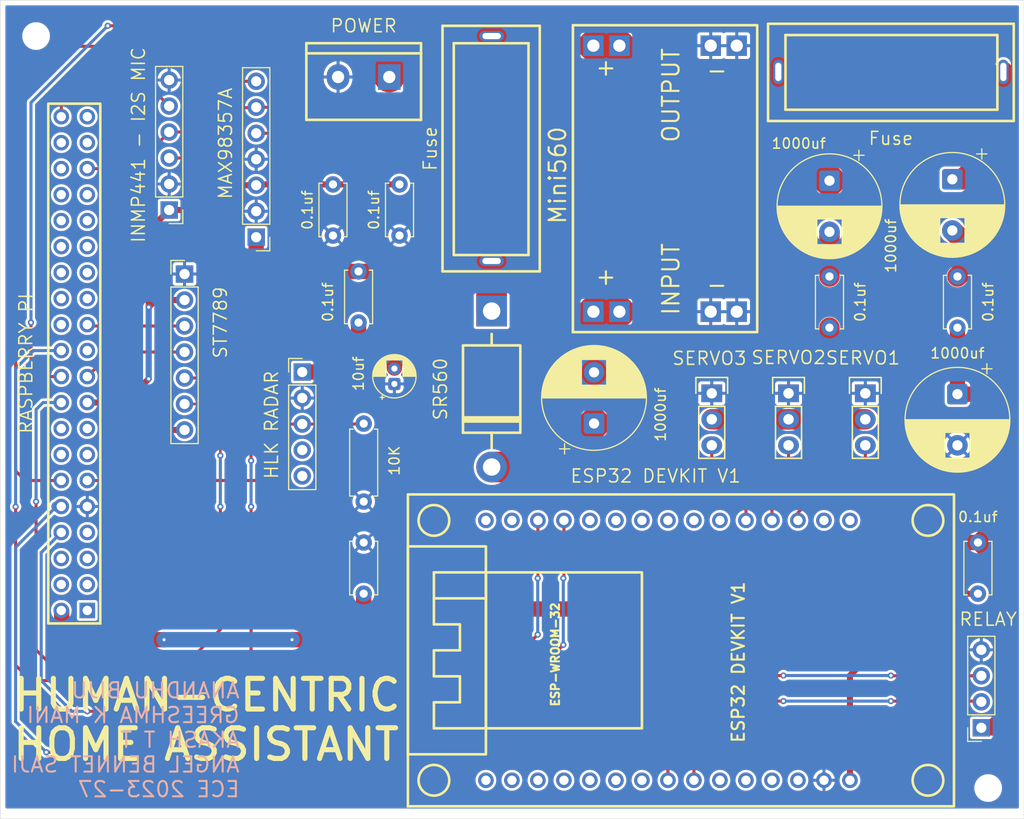
<source format=kicad_pcb>
(kicad_pcb (version 20241229) (generator "pcbnew") (generator_version "9.0")
  (layers (0 "F.Cu" signal) (2 "B.Cu" signal) (13 "F.Paste" user) (15 "B.Paste" user) (5 "F.SilkS" user "F.Silkscreen") (7 "B.SilkS" user "B.Silkscreen") (1 "F.Mask" user) (3 "B.Mask" user) (25 "Edge.Cuts" user))
  (net 0 "")
  (net 1 "GND")
  (net 2 "3V3")
  (net 3 "Net-(J3-Pin_1)")
  (net 4 "5V_Pi")
  (net 5 "Net-(C3-Pad2)")
  (net 6 "Net-(D1-K)")
  (net 7 "Net-(U1-VIN)")
  (net 8 "Net-(C11-Pad1)")
  (net 9 "Net-(C9-Pad1)")
  (net 10 "Net-(C10-Pad2)")
  (net 11 "5V")
  (net 12 "5V_Servo")
  (net 13 "Net-(D1-A)")
  (net 14 "Net-(J2-Pin_1)")
  (net 15 "Net-(J1-Pin_5)")
  (net 16 "Net-(J1-Pin_6)")
  (net 17 "Net-(J1-Pin_3)")
  (net 18 "Net-(J1-Pin_4)")
  (net 19 "Net-(J3-Pin_3)")
  (net 22 "Net-(J4-Pin_6)")
  (net 23 "Net-(J4-Pin_5)")
  (net 24 "Net-(J4-Pin_7)")
  (net 25 "Net-(J5-Pin_5)")
  (net 26 "Net-(J6-Pin_3)")
  (net 27 "Net-(J7-Pin_3)")
  (net 28 "Net-(J8-Pin_3)")
  (net 29 "Net-(J9-Pin_3)")
  (net 30 "Net-(J9-Pin_2)")
  (net 44 "RX ")
  (net 51 "TX ")
  (footprint "Capacitor_THT:C_Disc_D5.0mm_W2.5mm_P5.00mm" (layer "F.Cu") (at 191 98.5 90)
    (property "Reference" "C7" (hide yes))
    (property "Value" "0.1uf" (at 7.5 0 180) (layer "F.SilkS"))
    (pad "1" thru_hole circle (at 0 0 90) (size 1.6 1.6) (drill 0.8) (layers "*.Cu" "*.Mask") (net 7 "Net-(U1-VIN)"))
    (pad "2" thru_hole circle (at 5 0 90) (size 1.6 1.6) (drill 0.8) (layers "*.Cu" "*.Mask") (net 4 "5V_Pi"))
  )
  (footprint "Capacitor_THT:CP_Radial_D10.0mm_P5.00mm" (layer "F.Cu") (at 188.5 58 -90)
    (property "Reference" "C9" (hide yes))
    (property "Value" "1000uf" (at 6.5 6 90) (layer "F.SilkS"))
    (pad "1" thru_hole roundrect (at 0 0 270) (size 2 2) (drill 1) (layers "*.Cu" "*.Mask") (roundrect_rratio 0.125) (net 9 "Net-(C9-Pad1)"))
    (pad "2" thru_hole circle (at 5 0 270) (size 2 2) (drill 1) (layers "*.Cu" "*.Mask") (net 8 "Net-(C11-Pad1)"))
  )
  (footprint "Capacitor_THT:C_Disc_D5.0mm_W2.5mm_P5.00mm" (layer "F.Cu") (at 134.5 63.5 90)
    (property "Reference" "C1" (hide yes))
    (property "Value" "0.1uf" (at 2.5 -2.5 90) (layer "F.SilkS"))
    (pad "1" thru_hole circle (at 0 0 90) (size 1.6 1.6) (drill 0.8) (layers "*.Cu" "*.Mask") (net 1 "GND"))
    (pad "2" thru_hole circle (at 5 0 90) (size 1.6 1.6) (drill 0.8) (layers "*.Cu" "*.Mask") (net 2 "3V3"))
  )
  (footprint "M_P:CONN-HEADER-STRAIGHT-P2.54MM-1X03" (layer "F.Cu") (at 172.266 74.46)
    (property "Reference" "J7" (hide yes))
    (property "Value" "SERVO2" (at 0.234 0.96 0) (layer "F.SilkS") (effects (font (size 1.27 1.27))))
    (pad "1" thru_hole rect (at 0.234 4.46) (size 2.032 1.7272) (drill oval 1.0211 1.016) (layers "*.Cu" "*.Mask") (net 1 "GND"))
    (pad "2" thru_hole oval (at 0.234 7) (size 2.032 1.7272) (drill oval 1.0211 1.016) (layers "*.Cu" "*.Mask") (net 12 "5V_Servo"))
    (pad "3" thru_hole oval (at 0.234 9.54) (size 2.032 1.7272) (drill oval 1.0211 1.016) (layers "*.Cu" "*.Mask") (net 27 "Net-(J7-Pin_3)"))
  )
  (footprint "Capacitor_THT:C_Disc_D5.0mm_W2.5mm_P5.00mm" (layer "F.Cu") (at 130.5 72 90)
    (property "Reference" "C2" (hide yes))
    (property "Value" "0.1uf" (at 2 -3 90) (layer "F.SilkS"))
    (pad "1" thru_hole circle (at 0 0 90) (size 1.6 1.6) (drill 0.8) (layers "*.Cu" "*.Mask") (net 3 "Net-(J3-Pin_1)"))
    (pad "2" thru_hole circle (at 5 0 90) (size 1.6 1.6) (drill 0.8) (layers "*.Cu" "*.Mask") (net 4 "5V_Pi"))
  )
  (footprint "Capacitor_THT:CP_Radial_D10.0mm_P5.00mm" (layer "F.Cu") (at 176.5 58.132323 -90)
    (property "Reference" "C10" (hide yes))
    (property "Value" "1000uf" (at -3.632323 3 180) (layer "F.SilkS"))
    (pad "1" thru_hole roundrect (at 0 0 270) (size 2 2) (drill 1) (layers "*.Cu" "*.Mask") (roundrect_rratio 0.125) (net 11 "5V"))
    (pad "2" thru_hole circle (at 5 0 270) (size 2 2) (drill 1) (layers "*.Cu" "*.Mask") (net 10 "Net-(C10-Pad2)"))
  )
  (footprint "Capacitor_THT:CP_Radial_D10.0mm_P5.00mm" (layer "F.Cu") (at 153.5 81.867677 90)
    (property "Reference" "C3" (hide yes))
    (property "Value" "1000uf" (at 0.867677 6.5 90) (layer "F.SilkS"))
    (pad "1" thru_hole roundrect (at 0 0 90) (size 2 2) (drill 1) (layers "*.Cu" "*.Mask") (roundrect_rratio 0.125) (net 6 "Net-(D1-K)"))
    (pad "2" thru_hole circle (at 5 0 90) (size 2 2) (drill 1) (layers "*.Cu" "*.Mask") (net 5 "Net-(C3-Pad2)"))
  )
  (footprint "M_P:5X20-FUSE" (layer "F.Cu") (at 182.5 47.5)
    (property "Reference" "F2" (hide yes))
    (property "Value" "Fuse" (at 0 6.5 0) (layer "F.SilkS") (effects (font (size 1.27 1.27))))
    (pad "1" thru_hole oval (at -11.0007 0 90) (size 2.4 1) (drill oval 1.7998 0.6) (layers "*.Cu" "*.Mask") (net 11 "5V"))
    (pad "2" thru_hole oval (at 10.983 0.0051 90) (size 2.4 1) (drill oval 1.7998 0.6) (layers "*.Cu" "*.Mask") (net 9 "Net-(C9-Pad1)"))
  )
  (footprint "Capacitor_THT:C_Disc_D5.0mm_W2.5mm_P5.00mm" (layer "F.Cu") (at 131 93.5 -90)
    (property "Reference" "C4" (hide yes))
    (property "Value" "0.1uf")
    (pad "1" thru_hole circle (at 0 0 270) (size 1.6 1.6) (drill 0.8) (layers "*.Cu" "*.Mask") (net 1 "GND"))
    (pad "2" thru_hole circle (at 5 0 270) (size 1.6 1.6) (drill 0.8) (layers "*.Cu" "*.Mask") (net 4 "5V_Pi"))
  )
  (footprint "Resistor_THT:R_Axial_DIN0207_L6.3mm_D2.5mm_P7.62mm_Horizontal" (layer "F.Cu") (at 131 89.5 90)
    (property "Reference" "R1" (hide yes))
    (property "Value" "10K" (at 4 3 90) (layer "F.SilkS"))
    (pad "1" thru_hole circle (at 0 0 90) (size 1.6 1.6) (drill 0.8) (layers "*.Cu" "*.Mask") (net 1 "GND"))
    (pad "2" thru_hole circle (at 7.62 0 90) (size 1.6 1.6) (drill 0.8) (layers "*.Cu" "*.Mask") (net 19 "Net-(J3-Pin_3)"))
  )
  (footprint "M_P:PINHEADER_1X07_P2.54MM_VERTICAL" (layer "F.Cu") (at 113.5 61.96)
    (property "Reference" "J1" (hide yes))
    (property "Value" "ST7789" (at 3.5 10.04 90) (layer "F.SilkS") (effects (font (size 1.27 1.27))))
    (pad "1" thru_hole rect (at 0 5.3) (size 1.7 1.7) (drill oval 1 0.9998) (layers "*.Cu" "*.Mask") (net 1 "GND"))
    (pad "2" thru_hole oval (at 0 7.84) (size 1.7 1.7) (drill oval 1 0.9998) (layers "*.Cu" "*.Mask") (net 2 "3V3"))
    (pad "3" thru_hole oval (at 0 10.38) (size 1.7 1.7) (drill oval 1 0.9998) (layers "*.Cu" "*.Mask") (net 17 "Net-(J1-Pin_3)"))
    (pad "4" thru_hole oval (at 0 12.92) (size 1.7 1.7) (drill oval 1 0.9998) (layers "*.Cu" "*.Mask") (net 18 "Net-(J1-Pin_4)"))
    (pad "5" thru_hole oval (at 0 15.46) (size 1.7 1.7) (drill oval 1 0.9998) (layers "*.Cu" "*.Mask") (net 15 "Net-(J1-Pin_5)"))
    (pad "6" thru_hole oval (at 0 18) (size 1.7 1.7) (drill oval 1 0.9998) (layers "*.Cu" "*.Mask") (net 16 "Net-(J1-Pin_6)"))
    (pad "7" thru_hole oval (at 0 20.54) (size 1.7 1.7) (drill oval 1 0.9998) (layers "*.Cu" "*.Mask") (net 2 "3V3"))
  )
  (footprint "M_P:ESP32 DEVKIT V1 30 PIN" (layer "F.Cu") (at 178.5 101.5 90)
    (property "Reference" "U1" (hide yes))
    (property "Value" "ESP32 DEVKIT V1 " (at 14.5 -18.5 180) (layer "F.SilkS") (effects (font (size 1.27 1.27))))
    (fp_text user "ESP32 DEVKIT V1" (at -11.684 -11.614 90) (layer "F.SilkS") (effects (font (size 1.2 1.2) (thickness 0.2032)) (justify left top)))
    (fp_text user "ESP-WROOM-32" (at -8.128 -29.248 90) (layer "F.SilkS") (effects (font (size 0.8 0.8) (thickness 0.2032)) (justify left top)))
    (pad "1" thru_hole oval (at -15.24 -35.56 90) (size 1.524 1.524) (drill 0.9144) (layers "*.Cu" "*.Mask"))
    (pad "2" thru_hole oval (at -15.24 -33.02 90) (size 1.524 1.524) (drill 0.9144) (layers "*.Cu" "*.Mask"))
    (pad "3" thru_hole oval (at -15.24 -30.48 90) (size 1.524 1.524) (drill 0.9144) (layers "*.Cu" "*.Mask"))
    (pad "4" thru_hole oval (at -15.24 -27.94 90) (size 1.524 1.524) (drill 0.9144) (layers "*.Cu" "*.Mask"))
    (pad "5" thru_hole oval (at -15.24 -25.4 90) (size 1.524 1.524) (drill 0.9144) (layers "*.Cu" "*.Mask"))
    (pad "6" thru_hole oval (at -15.24 -22.86 90) (size 1.524 1.524) (drill 0.9144) (layers "*.Cu" "*.Mask"))
    (pad "7" thru_hole oval (at -15.24 -20.32 90) (size 1.524 1.524) (drill 0.9144) (layers "*.Cu" "*.Mask"))
    (pad "8" thru_hole oval (at -15.24 -17.78 90) (size 1.524 1.524) (drill 0.9144) (layers "*.Cu" "*.Mask") (net 29 "Net-(J9-Pin_3)"))
    (pad "9" thru_hole oval (at -15.24 -15.24 90) (size 1.524 1.524) (drill 0.9144) (layers "*.Cu" "*.Mask") (net 30 "Net-(J9-Pin_2)"))
    (pad "10" thru_hole oval (at -15.24 -12.7 90) (size 1.524 1.524) (drill 0.9144) (layers "*.Cu" "*.Mask"))
    (pad "11" thru_hole oval (at -15.24 -10.16 90) (size 1.524 1.524) (drill 0.9144) (layers "*.Cu" "*.Mask"))
    (pad "12" thru_hole oval (at -15.24 -7.62 90) (size 1.524 1.524) (drill 0.9144) (layers "*.Cu" "*.Mask"))
    (pad "13" thru_hole oval (at -15.24 -5.08 90) (size 1.524 1.524) (drill 0.9144) (layers "*.Cu" "*.Mask"))
    (pad "14" thru_hole oval (at -15.24 -2.54 90) (size 1.524 1.524) (drill 0.9144) (layers "*.Cu" "*.Mask") (net 1 "GND"))
    (pad "15" thru_hole oval (at -15.24 0 90) (size 1.524 1.524) (drill 0.9144) (layers "*.Cu" "*.Mask") (net 7 "Net-(U1-VIN)"))
    (pad "16" thru_hole oval (at 10.16 0 90) (size 1.524 1.524) (drill 0.9144) (layers "*.Cu" "*.Mask"))
    (pad "17" thru_hole oval (at 10.16 -2.54 90) (size 1.524 1.524) (drill 0.9144) (layers "*.Cu" "*.Mask"))
    (pad "18" thru_hole oval (at 10.16 -5.08 90) (size 1.524 1.524) (drill 0.9144) (layers "*.Cu" "*.Mask") (net 26 "Net-(J6-Pin_3)"))
    (pad "19" thru_hole oval (at 10.16 -7.62 90) (size 1.524 1.524) (drill 0.9144) (layers "*.Cu" "*.Mask") (net 27 "Net-(J7-Pin_3)"))
    (pad "20" thru_hole oval (at 10.16 -10.16 90) (size 1.524 1.524) (drill 0.9144) (layers "*.Cu" "*.Mask") (net 28 "Net-(J8-Pin_3)"))
    (pad "21" thru_hole oval (at 10.16 -12.7 90) (size 1.524 1.524) (drill 0.9144) (layers "*.Cu" "*.Mask"))
    (pad "22" thru_hole oval (at 10.16 -15.24 90) (size 1.524 1.524) (drill 0.9144) (layers "*.Cu" "*.Mask"))
    (pad "23" thru_hole oval (at 10.16 -17.78 90) (size 1.524 1.524) (drill 0.9144) (layers "*.Cu" "*.Mask"))
    (pad "24" thru_hole oval (at 10.16 -20.32 90) (size 1.524 1.524) (drill 0.9144) (layers "*.Cu" "*.Mask"))
    (pad "25" thru_hole oval (at 10.16 -22.86 90) (size 1.524 1.524) (drill 0.9144) (layers "*.Cu" "*.Mask"))
    (pad "26" thru_hole oval (at 10.16 -25.4 90) (size 1.524 1.524) (drill 0.9144) (layers "*.Cu" "*.Mask"))
    (pad "27" thru_hole oval (at 10.16 -27.94 90) (size 1.524 1.524) (drill 0.9144) (layers "*.Cu" "*.Mask") (net 44 "RX "))
    (pad "28" thru_hole oval (at 10.16 -30.48 90) (size 1.524 1.524) (drill 0.9144) (layers "*.Cu" "*.Mask") (net 51 "TX "))
    (pad "29" thru_hole oval (at 10.16 -33.02 90) (size 1.524 1.524) (drill 0.9144) (layers "*.Cu" "*.Mask"))
    (pad "30" thru_hole oval (at 10.16 -35.56 90) (size 1.524 1.524) (drill 0.9144) (layers "*.Cu" "*.Mask"))
  )
  (footprint "M_P:PINSOCKET_1X04_P2.54MM_VERTICAL" (layer "F.Cu") (at 191 107.5 180)
    (property "Reference" "J9" (hide yes))
    (property "Value" "RELAY" (at -1 6.5 0) (layer "F.SilkS") (effects (font (size 1.27 1.27))))
    (pad "1" thru_hole rect (at -0.33 -4.10995 180) (size 1.7 1.7) (drill oval 1 0.9998) (layers "*.Cu" "*.Mask") (net 4 "5V_Pi"))
    (pad "2" thru_hole oval (at -0.33 -1.56995 180) (size 1.7 1.7) (drill oval 1 0.9998) (layers "*.Cu" "*.Mask") (net 30 "Net-(J9-Pin_2)"))
    (pad "3" thru_hole oval (at -0.33 0.97005 180) (size 1.7 1.7) (drill oval 1 0.9998) (layers "*.Cu" "*.Mask") (net 29 "Net-(J9-Pin_3)"))
    (pad "4" thru_hole oval (at -0.33 3.50975 180) (size 1.7 1.7) (drill oval 1 0.9998) (layers "*.Cu" "*.Mask") (net 1 "GND"))
  )
  (footprint "Capacitor_THT:C_Disc_D5.0mm_W2.5mm_P5.00mm" (layer "F.Cu") (at 128 58.5 -90)
    (property "Reference" "C5" (hide yes))
    (property "Value" "0.1uf" (at 2.5 2.5 90) (layer "F.SilkS"))
    (pad "1" thru_hole circle (at 0 0 270) (size 1.6 1.6) (drill 0.8) (layers "*.Cu" "*.Mask") (net 2 "3V3"))
    (pad "2" thru_hole circle (at 5 0 270) (size 1.6 1.6) (drill 0.8) (layers "*.Cu" "*.Mask") (net 1 "GND"))
  )
  (footprint "M_P:MINI560" (layer "F.Cu") (at 169.4385 72.93845 90)
    (property "Reference" "PWR1" (hide yes))
    (property "Value" "Mini560" (hide yes))
    (fp_text user "Mini560" (at 10.43845 -20.4385 90) (layer "F.SilkS") (effects (font (size 1.6256 1.6256) (thickness 0.2032)) (justify left top)))
    (fp_text user "+" (at 24.638 -15.8496 90) (layer "F.SilkS") (effects (font (size 1.6256 1.6256) (thickness 0.2032)) (justify left top)))
    (fp_text user "INPUT" (at 1.524 -9.3726 90) (layer "F.SilkS") (effects (font (size 1.6256 1.6256) (thickness 0.2032)) (justify left top)))
    (fp_text user "-" (at 24.4094 -2.794 180) (layer "F.SilkS") (effects (font (size 1.6256 1.6256) (thickness 0.2032)) (justify left top)))
    (fp_text user "OUTPUT" (at 18.415 -9.3726 90) (layer "F.SilkS") (effects (font (size 1.6256 1.6256) (thickness 0.2032)) (justify left top)))
    (fp_text user "-" (at 3.4544 -2.794 180) (layer "F.SilkS") (effects (font (size 1.6256 1.6256) (thickness 0.2032)) (justify left top)))
    (fp_text user "+" (at 4.191 -15.8496 90) (layer "F.SilkS") (effects (font (size 1.6256 1.6256) (thickness 0.2032)) (justify left top)))
    (pad "GND" thru_hole rect (at 2 -4.54 180) (size 2 2) (drill 1.2) (layers "*.Cu" "*.Mask") (net 1 "GND"))
    (pad "GND" thru_hole rect (at 2 -2 180) (size 2 2) (drill 1.2) (layers "*.Cu" "*.Mask") (net 1 "GND"))
    (pad "GND" thru_hole rect (at 27.9999 -4.54 180) (size 2 2) (drill 1.2) (layers "*.Cu" "*.Mask") (net 1 "GND"))
    (pad "GND" thru_hole rect (at 27.9999 -2 180) (size 2 2) (drill 1.2) (layers "*.Cu" "*.Mask") (net 1 "GND"))
    (pad "VIN" thru_hole rect (at 2 -16 180) (size 2 2) (drill 1.2) (layers "*.Cu" "*.Mask") (net 5 "Net-(C3-Pad2)"))
    (pad "VIN" thru_hole rect (at 2 -13.46 180) (size 2 2) (drill 1.2) (layers "*.Cu" "*.Mask") (net 5 "Net-(C3-Pad2)"))
    (pad "VOUT" thru_hole rect (at 27.9999 -16 180) (size 2 2) (drill 1.2) (layers "*.Cu" "*.Mask") (net 11 "5V"))
    (pad "VOUT" thru_hole rect (at 27.9999 -13.46 180) (size 2 2) (drill 1.2) (layers "*.Cu" "*.Mask") (net 11 "5V"))
  )
  (footprint "Capacitor_THT:CP_Radial_D10.0mm_P5.00mm" (layer "F.Cu") (at 189 79 -90)
    (property "Reference" "C8" (hide yes))
    (property "Value" "1000uf" (at -4 0 180) (layer "F.SilkS"))
    (pad "1" thru_hole roundrect (at 0 0 270) (size 2 2) (drill 1) (layers "*.Cu" "*.Mask") (roundrect_rratio 0.125) (net 4 "5V_Pi"))
    (pad "2" thru_hole circle (at 5 0 270) (size 2 2) (drill 1) (layers "*.Cu" "*.Mask") (net 1 "GND"))
  )
  (footprint "Capacitor_THT:C_Disc_D5.0mm_W2.5mm_P5.00mm" (layer "F.Cu") (at 189 67.5 -90)
    (property "Reference" "C11" (hide yes))
    (property "Value" "0.1uf" (at 2.5 -3 90) (layer "F.SilkS"))
    (pad "1" thru_hole circle (at 0 0 270) (size 1.6 1.6) (drill 0.8) (layers "*.Cu" "*.Mask") (net 8 "Net-(C11-Pad1)"))
    (pad "2" thru_hole circle (at 5 0 270) (size 1.6 1.6) (drill 0.8) (layers "*.Cu" "*.Mask") (net 4 "5V_Pi"))
  )
  (footprint "Capacitor_THT:CP_Radial_D4.0mm_P1.50mm" (layer "F.Cu") (at 134 78 90)
    (property "Reference" "C6" (hide yes))
    (property "Value" "10uf" (at 1 -3.5 90) (layer "F.SilkS"))
    (pad "1" thru_hole roundrect (at 0 0 90) (size 1.2 1.2) (drill 0.6) (layers "*.Cu" "*.Mask") (roundrect_rratio 0.208333) (net 1 "GND"))
    (pad "2" thru_hole circle (at 1.5 0 90) (size 1.2 1.2) (drill 0.6) (layers "*.Cu" "*.Mask") (net 4 "5V_Pi"))
  )
  (footprint "M_P:CONNECTOR_PINHEADER_2.54MMPINHEADER_1X06_P2.54MM_VERTICAL" (layer "F.Cu") (at 112 61 180)
    (property "Reference" "J5" (hide yes))
    (property "Value" "INMP441 - I2S MIC" (at 3 6.35 90) (layer "F.SilkS") (effects (font (size 1.27 1.27))))
    (pad "1" thru_hole rect (at 0 0 180) (size 1.7 1.7) (drill oval 1.0051 1) (layers "*.Cu" "*.Mask") (net 2 "3V3"))
    (pad "2" thru_hole oval (at 0 2.54 180) (size 1.7 1.7) (drill oval 1.0051 1) (layers "*.Cu" "*.Mask") (net 1 "GND"))
    (pad "3" thru_hole oval (at 0 5.08 180) (size 1.7 1.7) (drill oval 1.0051 1) (layers "*.Cu" "*.Mask") (net 22 "Net-(J4-Pin_6)"))
    (pad "4" thru_hole oval (at 0 7.62 180) (size 1.7 1.7) (drill oval 1.0051 1) (layers "*.Cu" "*.Mask") (net 24 "Net-(J4-Pin_7)"))
    (pad "5" thru_hole oval (at 0 10.16 180) (size 1.7 1.7) (drill oval 1.0051 1) (layers "*.Cu" "*.Mask") (net 25 "Net-(J5-Pin_5)"))
    (pad "6" thru_hole oval (at 0 12.7 180) (size 1.7 1.7) (drill oval 1.0051 1) (layers "*.Cu" "*.Mask") (net 1 "GND"))
  )
  (footprint "M_P:PINHEADER_1X07_P2.54MM_VERTICAL" (layer "F.Cu") (at 120.5 68.96 180)
    (property "Reference" "J4" (hide yes))
    (property "Value" "MAX98357A" (at 3 14.46 90) (layer "F.SilkS") (effects (font (size 1.27 1.27))))
    (pad "1" thru_hole rect (at 0 5.3 180) (size 1.7 1.7) (drill oval 1 0.9998) (layers "*.Cu" "*.Mask") (net 4 "5V_Pi"))
    (pad "2" thru_hole oval (at 0 7.84 180) (size 1.7 1.7) (drill oval 1 0.9998) (layers "*.Cu" "*.Mask") (net 1 "GND"))
    (pad "3" thru_hole oval (at 0 10.38 180) (size 1.7 1.7) (drill oval 1 0.9998) (layers "*.Cu" "*.Mask") (net 2 "3V3"))
    (pad "4" thru_hole oval (at 0 12.92 180) (size 1.7 1.7) (drill oval 1 0.9998) (layers "*.Cu" "*.Mask") (net 1 "GND"))
    (pad "5" thru_hole oval (at 0 15.46 180) (size 1.7 1.7) (drill oval 1 0.9998) (layers "*.Cu" "*.Mask") (net 23 "Net-(J4-Pin_5)"))
    (pad "6" thru_hole oval (at 0 18 180) (size 1.7 1.7) (drill oval 1 0.9998) (layers "*.Cu" "*.Mask") (net 22 "Net-(J4-Pin_6)"))
    (pad "7" thru_hole oval (at 0 20.54 180) (size 1.7 1.7) (drill oval 1 0.9998) (layers "*.Cu" "*.Mask") (net 24 "Net-(J4-Pin_7)"))
  )
  (footprint "M_P:PINHEADER_1X05_P2.54MM_VERTICAL" (layer "F.Cu") (at 124.5 83.34 90)
    (property "Reference" "J3" (hide yes))
    (property "Value" "HLK RADAR" (at 1.34 -2.5 90) (layer "F.SilkS") (effects (font (size 1.27 1.27))))
    (pad "1" thru_hole rect (at 6.5 0.5) (size 1.7 1.7) (drill oval 1 0.9998) (layers "*.Cu" "*.Mask") (net 3 "Net-(J3-Pin_1)"))
    (pad "2" thru_hole oval (at 3.96 0.5) (size 1.7 1.7) (drill oval 1 0.9998) (layers "*.Cu" "*.Mask") (net 1 "GND"))
    (pad "3" thru_hole oval (at 1.42 0.5) (size 1.7 1.7) (drill oval 1 0.9998) (layers "*.Cu" "*.Mask") (net 19 "Net-(J3-Pin_3)"))
    (pad "4" thru_hole oval (at -1.12 0.5) (size 1.7 1.7) (drill oval 1 0.9998) (layers "*.Cu" "*.Mask"))
    (pad "5" thru_hole oval (at -3.66 0.5) (size 1.7 1.7) (drill oval 1 0.9998) (layers "*.Cu" "*.Mask"))
  )
  (footprint "M_P:2X20-PIN-HEADER" (layer "F.Cu") (at 102.73 76.01 180)
    (property "Reference" "P1" (hide yes))
    (property "Value" "RASPBERRY PI" (at 4.73 0.01 90) (layer "F.SilkS") (effects (font (size 1.27 1.27))))
    (pad "1" thru_hole rect (at -1.27 -24.13 180) (size 1.524 1.524) (drill 0.9144) (layers "*.Cu" "*.Mask"))
    (pad "2" thru_hole oval (at 1.27 -24.13 180) (size 1.524 1.524) (drill 0.9144) (layers "*.Cu" "*.Mask") (net 4 "5V_Pi"))
    (pad "3" thru_hole oval (at -1.27 -21.59 180) (size 1.524 1.524) (drill 0.9144) (layers "*.Cu" "*.Mask"))
    (pad "4" thru_hole oval (at 1.27 -21.59 180) (size 1.524 1.524) (drill 0.9144) (layers "*.Cu" "*.Mask"))
    (pad "5" thru_hole oval (at -1.27 -19.05 180) (size 1.524 1.524) (drill 0.9144) (layers "*.Cu" "*.Mask"))
    (pad "6" thru_hole oval (at 1.27 -19.05 180) (size 1.524 1.524) (drill 0.9144) (layers "*.Cu" "*.Mask"))
    (pad "7" thru_hole oval (at -1.27 -16.51 180) (size 1.524 1.524) (drill 0.9144) (layers "*.Cu" "*.Mask"))
    (pad "8" thru_hole oval (at 1.27 -16.51 180) (size 1.524 1.524) (drill 0.9144) (layers "*.Cu" "*.Mask") (net 51 "TX "))
    (pad "9" thru_hole oval (at -1.27 -13.97 180) (size 1.524 1.524) (drill 0.9144) (layers "*.Cu" "*.Mask") (net 1 "GND"))
    (pad "10" thru_hole oval (at 1.27 -13.97 180) (size 1.524 1.524) (drill 0.9144) (layers "*.Cu" "*.Mask") (net 44 "RX "))
    (pad "11" thru_hole oval (at -1.27 -11.43 180) (size 1.524 1.524) (drill 0.9144) (layers "*.Cu" "*.Mask") (net 19 "Net-(J3-Pin_3)"))
    (pad "12" thru_hole oval (at 1.27 -11.43 180) (size 1.524 1.524) (drill 0.9144) (layers "*.Cu" "*.Mask") (net 22 "Net-(J4-Pin_6)"))
    (pad "13" thru_hole oval (at -1.27 -8.89 180) (size 1.524 1.524) (drill 0.9144) (layers "*.Cu" "*.Mask"))
    (pad "14" thru_hole oval (at 1.27 -8.89 180) (size 1.524 1.524) (drill 0.9144) (layers "*.Cu" "*.Mask"))
    (pad "15" thru_hole oval (at -1.27 -6.35 180) (size 1.524 1.524) (drill 0.9144) (layers "*.Cu" "*.Mask"))
    (pad "16" thru_hole oval (at 1.27 -6.35 180) (size 1.524 1.524) (drill 0.9144) (layers "*.Cu" "*.Mask"))
    (pad "17" thru_hole oval (at -1.27 -3.81 180) (size 1.524 1.524) (drill 0.9144) (layers "*.Cu" "*.Mask") (net 2 "3V3"))
    (pad "18" thru_hole oval (at 1.27 -3.81 180) (size 1.524 1.524) (drill 0.9144) (layers "*.Cu" "*.Mask") (net 16 "Net-(J1-Pin_6)"))
    (pad "19" thru_hole oval (at -1.27 -1.27 180) (size 1.524 1.524) (drill 0.9144) (layers "*.Cu" "*.Mask") (net 18 "Net-(J1-Pin_4)"))
    (pad "20" thru_hole oval (at 1.27 -1.27 180) (size 1.524 1.524) (drill 0.9144) (layers "*.Cu" "*.Mask") (net 23 "Net-(J4-Pin_5)"))
    (pad "21" thru_hole oval (at -1.27 1.27 180) (size 1.524 1.524) (drill 0.9144) (layers "*.Cu" "*.Mask"))
    (pad "22" thru_hole oval (at 1.27 1.27 180) (size 1.524 1.524) (drill 0.9144) (layers "*.Cu" "*.Mask") (net 15 "Net-(J1-Pin_5)"))
    (pad "23" thru_hole oval (at -1.27 3.81 180) (size 1.524 1.524) (drill 0.9144) (layers "*.Cu" "*.Mask") (net 17 "Net-(J1-Pin_3)"))
    (pad "24" thru_hole oval (at 1.27 3.81 180) (size 1.524 1.524) (drill 0.9144) (layers "*.Cu" "*.Mask"))
    (pad "25" thru_hole oval (at -1.27 6.35 180) (size 1.524 1.524) (drill 0.9144) (layers "*.Cu" "*.Mask"))
    (pad "26" thru_hole oval (at 1.27 6.35 180) (size 1.524 1.524) (drill 0.9144) (layers "*.Cu" "*.Mask"))
    (pad "27" thru_hole oval (at -1.27 8.89 180) (size 1.524 1.524) (drill 0.9144) (layers "*.Cu" "*.Mask"))
    (pad "28" thru_hole oval (at 1.27 8.89 180) (size 1.524 1.524) (drill 0.9144) (layers "*.Cu" "*.Mask"))
    (pad "29" thru_hole oval (at -1.27 11.43 180) (size 1.524 1.524) (drill 0.9144) (layers "*.Cu" "*.Mask"))
    (pad "30" thru_hole oval (at 1.27 11.43 180) (size 1.524 1.524) (drill 0.9144) (layers "*.Cu" "*.Mask"))
    (pad "31" thru_hole oval (at -1.27 13.97 180) (size 1.524 1.524) (drill 0.9144) (layers "*.Cu" "*.Mask"))
    (pad "32" thru_hole oval (at 1.27 13.97 180) (size 1.524 1.524) (drill 0.9144) (layers "*.Cu" "*.Mask"))
    (pad "33" thru_hole oval (at -1.27 16.51 180) (size 1.524 1.524) (drill 0.9144) (layers "*.Cu" "*.Mask"))
    (pad "34" thru_hole oval (at 1.27 16.51 180) (size 1.524 1.524) (drill 0.9144) (layers "*.Cu" "*.Mask"))
    (pad "35" thru_hole oval (at -1.27 19.05 180) (size 1.524 1.524) (drill 0.9144) (layers "*.Cu" "*.Mask") (net 24 "Net-(J4-Pin_7)"))
    (pad "36" thru_hole oval (at 1.27 19.05 180) (size 1.524 1.524) (drill 0.9144) (layers "*.Cu" "*.Mask"))
    (pad "37" thru_hole oval (at -1.27 21.59 180) (size 1.524 1.524) (drill 0.9144) (layers "*.Cu" "*.Mask"))
    (pad "38" thru_hole oval (at 1.27 21.59 180) (size 1.524 1.524) (drill 0.9144) (layers "*.Cu" "*.Mask"))
    (pad "39" thru_hole oval (at -1.27 24.13 180) (size 1.524 1.524) (drill 0.9144) (layers "*.Cu" "*.Mask"))
    (pad "40" thru_hole oval (at 1.27 24.13 180) (size 1.524 1.524) (drill 0.9144) (layers "*.Cu" "*.Mask") (net 25 "Net-(J5-Pin_5)"))
  )
  (footprint "MountingHole:MountingHole_2.2mm_M2" (layer "F.Cu") (at 99 44)
    (property "Reference" "REF**" (hide yes))
    (property "Value" "MountingHole_2.2mm_M2" (hide yes))
    (pad "" np_thru_hole circle (at 0 0) (size 2.2 2.2) (drill 2.2) (layers "*.Cu" "*.Mask"))
  )
  (footprint "M_P:CONN-HEADER-STRAIGHT-P2.54MM-1X03" (layer "F.Cu") (at 179.766 74.46)
    (property "Reference" "J6" (hide yes))
    (property "Value" "SERVO1" (at 0 1 0) (layer "F.SilkS") (effects (font (size 1.27 1.27))))
    (pad "1" thru_hole rect (at 0.234 4.46) (size 2.032 1.7272) (drill oval 1.0211 1.016) (layers "*.Cu" "*.Mask") (net 1 "GND"))
    (pad "2" thru_hole oval (at 0.234 7) (size 2.032 1.7272) (drill oval 1.0211 1.016) (layers "*.Cu" "*.Mask") (net 12 "5V_Servo"))
    (pad "3" thru_hole oval (at 0.234 9.54) (size 2.032 1.7272) (drill oval 1.0211 1.016) (layers "*.Cu" "*.Mask") (net 26 "Net-(J6-Pin_3)"))
  )
  (footprint "M_P:5X20-FUSE" (layer "F.Cu") (at 143.5 55 -90)
    (property "Reference" "F1" (hide yes))
    (property "Value" "Fuse" (at 0 6 90) (layer "F.SilkS") (effects (font (size 1.27 1.27))))
    (pad "1" thru_hole oval (at -11.0007 0) (size 2.4 1) (drill oval 1.7998 0.6) (layers "*.Cu" "*.Mask") (net 14 "Net-(J2-Pin_1)"))
    (pad "2" thru_hole oval (at 10.983 0.0051) (size 2.4 1) (drill oval 1.7998 0.6) (layers "*.Cu" "*.Mask") (net 13 "Net-(D1-A)"))
  )
  (footprint "M_P:SCREWTERMINAL-5MM-2-DW" (layer "F.Cu") (at 131 48 180)
    (property "Reference" "J2" (hide yes))
    (property "Value" "POWER" (at 0 5 0) (layer "F.SilkS") (effects (font (size 1.27 1.27))))
    (pad "1" thru_hole rect (at -2.5019 0 180) (size 2.2 2.5) (drill 1.2) (layers "*.Cu" "*.Mask") (net 14 "Net-(J2-Pin_1)"))
    (pad "2" thru_hole oval (at 2.5019 0 180) (size 2.2 2.5) (drill 1.2) (layers "*.Cu" "*.Mask") (net 1 "GND"))
  )
  (footprint "Capacitor_THT:C_Disc_D5.0mm_W2.5mm_P5.00mm" (layer "F.Cu") (at 176.5 67.5 -90)
    (property "Reference" "C12" (hide yes))
    (property "Value" "0.1uf" (at 2.5 -3 90) (layer "F.SilkS"))
    (pad "1" thru_hole circle (at 0 0 270) (size 1.6 1.6) (drill 0.8) (layers "*.Cu" "*.Mask") (net 10 "Net-(C10-Pad2)"))
    (pad "2" thru_hole circle (at 5 0 270) (size 1.6 1.6) (drill 0.8) (layers "*.Cu" "*.Mask") (net 12 "5V_Servo"))
  )
  (footprint "M_P:SR560 Schottky Barrier Rectifier Diode 5A" (layer "F.Cu") (at 143.5 78.5 -90)
    (property "Reference" "D1" (hide yes))
    (property "Value" "SR560" (at 0 5 90) (layer "F.SilkS") (effects (font (size 1.27 1.27))))
    (pad "1" thru_hole rect (at -7.62 0 90) (size 3 3) (drill 1.7) (layers "*.Cu" "*.Mask") (net 13 "Net-(D1-A)"))
    (pad "2" thru_hole oval (at 7.62 0 90) (size 3 3) (drill 1.7) (layers "*.Cu" "*.Mask") (net 6 "Net-(D1-K)"))
  )
  (footprint "M_P:CONN-HEADER-STRAIGHT-P2.54MM-1X03" (layer "F.Cu") (at 164.766 74.46)
    (property "Reference" "J8" (hide yes))
    (property "Value" "SERVO3" (at 0 1.04 0) (layer "F.SilkS") (effects (font (size 1.27 1.27))))
    (pad "1" thru_hole rect (at 0.234 4.46) (size 2.032 1.7272) (drill oval 1.0211 1.016) (layers "*.Cu" "*.Mask") (net 1 "GND"))
    (pad "2" thru_hole oval (at 0.234 7) (size 2.032 1.7272) (drill oval 1.0211 1.016) (layers "*.Cu" "*.Mask") (net 12 "5V_Servo"))
    (pad "3" thru_hole oval (at 0.234 9.54) (size 2.032 1.7272) (drill oval 1.0211 1.016) (layers "*.Cu" "*.Mask") (net 28 "Net-(J8-Pin_3)"))
  )
  (footprint "MountingHole:MountingHole_2.2mm_M2" (layer "F.Cu") (at 192 117.5)
    (property "Reference" "REF**" (hide yes))
    (property "Value" "MountingHole_2.2mm_M2" (hide yes))
    (pad "" np_thru_hole circle (at 0 0) (size 2.2 2.2) (drill 2.2) (layers "*.Cu" "*.Mask"))
  )
  (gr_rect (start 95.5 40.5) (end 195.5 120.5) (stroke (width 0.05)) (fill no) (layer "Edge.Cuts"))
  (gr_text "HUMAN-CENTRIC \nHOME ASSISTANT" (at 96.5 115 0) (layer "F.SilkS") (effects (font (size 3 3) (thickness 0.5) (bold yes)) (justify left bottom)))
  (gr_text "ANANDHU BIJU\nGREESHMA K MANI\nAKASH T T\nANGEL BENNET SAJI\nECE 2023-27" (at 119 118.5 0) (layer "B.SilkS") (effects (font (size 1.5 1.5) (thickness 0.2)) (justify left bottom mirror)))
  (segment (start 115 61) (end 117.42 58.58) (width 0.6) (layer "F.Cu") (net 2))
  (segment (start 112 61) (end 110 63) (width 0.6) (layer "F.Cu") (net 2))
  (segment (start 128 58.5) (end 134.5 58.5) (width 0.6) (layer "F.Cu") (net 2))
  (segment (start 120.66 58.5) (end 128 58.5) (width 0.6) (layer "F.Cu") (net 2))
  (segment (start 104 79.82) (end 106.82 79.82) (width 0.6) (layer "F.Cu") (net 2))
  (segment (start 109.5 82.5) (end 113.5 82.5) (width 0.6) (layer "F.Cu") (net 2))
  (segment (start 106.82 79.82) (end 109.5 82.5) (width 0.6) (layer "F.Cu") (net 2))
  (segment (start 107.68 79.82) (end 106.5 79.82) (width 0.6) (layer "F.Cu") (net 2))
  (segment (start 120.58 58.58) (end 120.66 58.5) (width 0.25) (layer "F.Cu") (net 2))
  (segment (start 110.7 69.8) (end 110 70.5) (width 0.6) (layer "F.Cu") (net 2))
  (segment (start 113.5 69.8) (end 110.7 69.8) (width 0.6) (layer "F.Cu") (net 2))
  (segment (start 117.42 58.58) (end 120.5 58.58) (width 0.6) (layer "F.Cu") (net 2))
  (segment (start 110 63) (end 110 70.5) (width 0.6) (layer "F.Cu") (net 2))
  (segment (start 110 77.5) (end 107.68 79.82) (width 0.6) (layer "F.Cu") (net 2))
  (segment (start 112 61) (end 115 61) (width 0.6) (layer "F.Cu") (net 2))
  (segment (start 120.5 58.58) (end 120.58 58.58) (width 0.25) (layer "F.Cu") (net 2))
  (via (at 110 77.5) (size 0.6) (drill 0.3) (layers "F.Cu" "B.Cu") (net 2))
  (via (at 110 70.5) (size 0.6) (drill 0.3) (layers "F.Cu" "B.Cu") (net 2))
  (segment (start 110 70.5) (end 110 77.5) (width 0.6) (layer "B.Cu") (net 2))
  (segment (start 130.5 72) (end 130.5 74) (width 1.5) (layer "F.Cu") (net 3))
  (segment (start 127.66 76.84) (end 125 76.84) (width 1.5) (layer "F.Cu") (net 3))
  (segment (start 130.5 74) (end 127.66 76.84) (width 1.5) (layer "F.Cu") (net 3))
  (segment (start 120.5 66) (end 121.5 67) (width 1.5) (layer "F.Cu") (net 4))
  (segment (start 194 110) (end 192.39005 111.60995) (width 1.5) (layer "F.Cu") (net 4))
  (segment (start 102.5 103) (end 101.5 102) (width 1.5) (layer "F.Cu") (net 4))
  (segment (start 131 103) (end 131 98.5) (width 1.5) (layer "F.Cu") (net 4))
  (segment (start 192.5 80.5) (end 192.5 92) (width 1.5) (layer "F.Cu") (net 4))
  (segment (start 131 103) (end 124 103) (width 1.5) (layer "F.Cu") (net 4))
  (segment (start 134 69) (end 134 75.5) (width 1.5) (layer "F.Cu") (net 4))
  (segment (start 192.5 80.5) (end 191 79) (width 1.5) (layer "F.Cu") (net 4))
  (segment (start 178 100) (end 184.5 93.5) (width 1.5) (layer "F.Cu") (net 4))
  (segment (start 191 93.5) (end 194 96.5) (width 1.5) (layer "F.Cu") (net 4))
  (segment (start 101.5 102) (end 101.5 100.18) (width 1.5) (layer "F.Cu") (net 4))
  (segment (start 192.39005 111.60995) (end 191.33 111.60995) (width 1.5) (layer "F.Cu") (net 4))
  (segment (start 194 96.5) (end 194 110) (width 1.5) (layer "F.Cu") (net 4))
  (segment (start 192.5 92) (end 191 93.5) (width 1.5) (layer "F.Cu") (net 4))
  (segment (start 121.5 67) (end 130.5 67) (width 1.5) (layer "F.Cu") (net 4))
  (segment (start 134 75.5) (end 136 75.5) (width 1.5) (layer "F.Cu") (net 4))
  (segment (start 111.5 103) (end 102.5 103) (width 1.5) (layer "F.Cu") (net 4))
  (segment (start 191 79) (end 189 79) (width 1.5) (layer "F.Cu") (net 4))
  (segment (start 136 103) (end 131 103) (width 1.5) (layer "F.Cu") (net 4))
  (segment (start 139 100) (end 136 103) (width 1.5) (layer "F.Cu") (net 4))
  (segment (start 130.5 67) (end 132 67) (width 1.5) (layer "F.Cu") (net 4))
  (segment (start 101.5 100.18) (end 101.46 100.14) (width 1) (layer "F.Cu") (net 4))
  (segment (start 139 78.5) (end 139 100) (width 1.5) (layer "F.Cu") (net 4))
  (segment (start 120.66 63.66) (end 120.5 63.66) (width 0.25) (layer "F.Cu") (net 4))
  (segment (start 134 75.5) (end 134 76.449) (width 1.5) (layer "F.Cu") (net 4))
  (segment (start 189 72.5) (end 189 79) (width 1.5) (layer "F.Cu") (net 4))
  (segment (start 120.5 63.66) (end 120.5 66) (width 1.5) (layer "F.Cu") (net 4))
  (segment (start 132 67) (end 134 69) (width 1.5) (layer "F.Cu") (net 4))
  (segment (start 184.5 93.5) (end 191 93.5) (width 1.5) (layer "F.Cu") (net 4))
  (segment (start 139 100) (end 178 100) (width 1.5) (layer "F.Cu") (net 4))
  (segment (start 136 75.5) (end 139 78.5) (width 1.5) (layer "F.Cu") (net 4))
  (via (at 124 103) (size 0.6) (drill 0.3) (layers "F.Cu" "B.Cu") (net 4))
  (via (at 111.5 103) (size 0.6) (drill 0.3) (layers "F.Cu" "B.Cu") (net 4))
  (segment (start 124 103) (end 111.5 103) (width 1.5) (layer "B.Cu") (net 4))
  (segment (start 153.4385 70.93845) (end 155.9785 70.93845) (width 3) (layer "F.Cu") (net 5))
  (segment (start 153.5 70.99995) (end 153.4385 70.93845) (width 0.25) (layer "F.Cu") (net 5))
  (segment (start 153.5 76.867677) (end 153.5 70.99995) (width 3) (layer "F.Cu") (net 5))
  (segment (start 143.5 86.12) (end 149.247677 86.12) (width 3) (layer "F.Cu") (net 6))
  (segment (start 149.247677 86.12) (end 153.5 81.867677) (width 3) (layer "F.Cu") (net 6))
  (segment (start 186.5 98.5) (end 191 98.5) (width 0.6) (layer "F.Cu") (net 7))
  (segment (start 178.5 106.5) (end 178.5 116.74) (width 0.6) (layer "F.Cu") (net 7))
  (segment (start 186.5 98.5) (end 178.5 106.5) (width 0.6) (layer "F.Cu") (net 7))
  (segment (start 189.5 64) (end 189.5 67) (width 2) (layer "F.Cu") (net 8))
  (segment (start 189.5 67) (end 189 67.5) (width 2) (layer "F.Cu") (net 8))
  (segment (start 188.5 63) (end 189.5 64) (width 2) (layer "F.Cu") (net 8))
  (segment (start 193.483 47.5051) (end 193.483 54.017) (width 2) (layer "F.Cu") (net 9))
  (segment (start 189.5 58) (end 188.5 58) (width 2) (layer "F.Cu") (net 9))
  (segment (start 193.483 54.017) (end 189.5 58) (width 2) (layer "F.Cu") (net 9))
  (segment (start 176.5 63.132323) (end 176.5 67.5) (width 2) (layer "F.Cu") (net 10))
  (segment (start 158 52) (end 171.4993 52) (width 3) (layer "F.Cu") (net 11))
  (segment (start 155.9785 49.9785) (end 158 52) (width 3) (layer "F.Cu") (net 11))
  (segment (start 171.4993 53.131623) (end 176.5 58.132323) (width 3) (layer "F.Cu") (net 11))
  (segment (start 155.9785 44.93855) (end 155.9785 49.9785) (width 3) (layer "F.Cu") (net 11))
  (segment (start 153.4385 44.93855) (end 155.9785 44.93855) (width 3) (layer "F.Cu") (net 11))
  (segment (start 171.4993 47.5) (end 171.4993 53.131623) (width 3) (layer "F.Cu") (net 11))
  (segment (start 165 81.46) (end 172.5 81.46) (width 2) (layer "F.Cu") (net 12))
  (segment (start 176.5 81.46) (end 180 81.46) (width 2) (layer "F.Cu") (net 12))
  (segment (start 172.5 81.46) (end 176.5 81.46) (width 2) (layer "F.Cu") (net 12))
  (segment (start 176.5 72.5) (end 176.5 81.46) (width 2) (layer "F.Cu") (net 12))
  (segment (start 143.4949 70.8749) (end 143.5 70.88) (width 0.25) (layer "F.Cu") (net 13))
  (segment (start 143.4949 65.983) (end 143.4949 70.8749) (width 3) (layer "F.Cu") (net 13))
  (segment (start 135.0007 43.9993) (end 143.5 43.9993) (width 3) (layer "F.Cu") (net 14))
  (segment (start 133.5019 48) (end 133.5019 45.4981) (width 3) (layer "F.Cu") (net 14))
  (segment (start 133.5019 45.4981) (end 135.0007 43.9993) (width 3) (layer "F.Cu") (net 14))
  (segment (start 113.5 77.42) (end 118.42 77.42) (width 0.3) (layer "F.Cu") (net 15))
  (segment (start 117 107) (end 98.5 107) (width 0.3) (layer "F.Cu") (net 15))
  (segment (start 118.42 77.42) (end 118.5 77.5) (width 0.25) (layer "F.Cu") (net 15))
  (segment (start 118.5 77.5) (end 120 79) (width 0.3) (layer "F.Cu") (net 15))
  (segment (start 120 90) (end 120 104) (width 0.3) (layer "F.Cu") (net 15))
  (segment (start 120 104) (end 117 107) (width 0.3) (layer "F.Cu") (net 15))
  (segment (start 97 105.5) (end 97 90) (width 0.3) (layer "F.Cu") (net 15))
  (segment (start 98.5 107) (end 97 105.5) (width 0.3) (layer "F.Cu") (net 15))
  (segment (start 120 79) (end 120 85.5) (width 0.3) (layer "F.Cu") (net 15))
  (via (at 120 90) (size 0.6) (drill 0.3) (layers "F.Cu" "B.Cu") (net 15))
  (via (at 120 85.5) (size 0.6) (drill 0.3) (layers "F.Cu" "B.Cu") (net 15))
  (via (at 97 90) (size 0.6) (drill 0.3) (layers "F.Cu" "B.Cu") (net 15))
  (segment (start 120 85.5) (end 120 90) (width 0.3) (layer "B.Cu") (net 15))
  (segment (start 97 90) (end 97 76.5) (width 0.3) (layer "B.Cu") (net 15))
  (segment (start 98.76 74.74) (end 101.46 74.74) (width 0.3) (layer "B.Cu") (net 15))
  (segment (start 97 76.5) (end 98.76 74.74) (width 0.3) (layer "B.Cu") (net 15))
  (segment (start 115.96 79.96) (end 116.5 80.5) (width 0.25) (layer "F.Cu") (net 16))
  (segment (start 117 102) (end 117 90) (width 0.3) (layer "F.Cu") (net 16))
  (segment (start 99 104) (end 100 105) (width 0.3) (layer "F.Cu") (net 16))
  (segment (start 100 105) (end 114 105) (width 0.3) (layer "F.Cu") (net 16))
  (segment (start 116.5 80.5) (end 117 81) (width 0.25) (layer "F.Cu") (net 16))
  (segment (start 99 89.5) (end 99 104) (width 0.3) (layer "F.Cu") (net 16))
  (segment (start 117 81) (end 117 85) (width 0.25) (layer "F.Cu") (net 16))
  (segment (start 113.5 79.96) (end 115.96 79.96) (width 0.25) (layer "F.Cu") (net 16))
  (segment (start 114 105) (end 117 102) (width 0.3) (layer "F.Cu") (net 16))
  (via (at 117 90) (size 0.6) (drill 0.3) (layers "F.Cu" "B.Cu") (net 16))
  (via (at 117 85) (size 0.6) (drill 0.3) (layers "F.Cu" "B.Cu") (net 16))
  (via (at 99 89.5) (size 0.6) (drill 0.3) (layers "F.Cu" "B.Cu") (net 16))
  (segment (start 99 89.5) (end 99 80.5) (width 0.3) (layer "B.Cu") (net 16))
  (segment (start 99 80.5) (end 99.68 79.82) (width 0.3) (layer "B.Cu") (net 16))
  (segment (start 117 85) (end 117 90) (width 0.3) (layer "B.Cu") (net 16))
  (segment (start 99.68 79.82) (end 101.46 79.82) (width 0.3) (layer "B.Cu") (net 16))
  (segment (start 104.14 72.34) (end 104 72.2) (width 0.25) (layer "F.Cu") (net 17))
  (segment (start 113.5 72.34) (end 104.14 72.34) (width 0.3) (layer "F.Cu") (net 17))
  (segment (start 113.5 74.88) (end 106.4 74.88) (width 0.3) (layer "F.Cu") (net 18))
  (segment (start 106.4 74.88) (end 104 77.28) (width 0.3) (layer "F.Cu") (net 18))
  (segment (start 121.5 87.44) (end 104 87.44) (width 0.3) (layer "F.Cu") (net 19))
  (segment (start 121.94 87) (end 121.5 87.44) (width 0.3) (layer "F.Cu") (net 19))
  (segment (start 125 81.92) (end 130.96 81.92) (width 0.3) (layer "F.Cu") (net 19))
  (segment (start 122 86.94) (end 121.5 87.44) (width 0.3) (layer "F.Cu") (net 19))
  (segment (start 122 83.5) (end 122 86.94) (width 0.3) (layer "F.Cu") (net 19))
  (segment (start 125 81.92) (end 123.58 81.92) (width 0.3) (layer "F.Cu") (net 19))
  (segment (start 130.96 81.92) (end 131 81.88) (width 0.25) (layer "F.Cu") (net 19))
  (segment (start 123.58 81.92) (end 122 83.5) (width 0.3) (layer "F.Cu") (net 19))
  (segment (start 97.94 87.44) (end 101.46 87.44) (width 0.3) (layer "F.Cu") (net 22))
  (segment (start 97 50.5) (end 102.5 45) (width 0.3) (layer "F.Cu") (net 22))
  (segment (start 113.92 55.92) (end 118.84 51) (width 0.3) (layer "F.Cu") (net 22))
  (segment (start 97 86.5) (end 97.94 87.44) (width 0.3) (layer "F.Cu") (net 22))
  (segment (start 102.5 45) (end 122.5 45) (width 0.3) (layer "F.Cu") (net 22))
  (segment (start 122.04 50.96) (end 123 50) (width 0.3) (layer "F.Cu") (net 22))
  (segment (start 120.46 51) (end 120.5 50.96) (width 0.25) (layer "F.Cu") (net 22))
  (segment (start 97 50.5) (end 97 86.5) (width 0.3) (layer "F.Cu") (net 22))
  (segment (start 123 45.5) (end 122.5 45) (width 0.3) (layer "F.Cu") (net 22))
  (segment (start 123 50) (end 123 45.5) (width 0.3) (layer "F.Cu") (net 22))
  (segment (start 120.5 50.96) (end 122.04 50.96) (width 0.3) (layer "F.Cu") (net 22))
  (segment (start 112 55.92) (end 113.92 55.92) (width 0.3) (layer "F.Cu") (net 22))
  (segment (start 118.84 51) (end 120.46 51) (width 0.3) (layer "F.Cu") (net 22))
  (segment (start 120.5 53.5) (end 123 53.5) (width 0.3) (layer "F.Cu") (net 23))
  (segment (start 123 53.5) (end 124.5 52) (width 0.3) (layer "F.Cu") (net 23))
  (segment (start 98.5 72) (end 98.5 76) (width 0.3) (layer "F.Cu") (net 23))
  (segment (start 122 43) (end 106 43) (width 0.3) (layer "F.Cu") (net 23))
  (segment (start 99.78 77.28) (end 101.46 77.28) (width 0.3) (layer "F.Cu") (net 23))
  (segment (start 98.5 76) (end 99.78 77.28) (width 0.3) (layer "F.Cu") (net 23))
  (segment (start 124.5 44.5) (end 123 43) (width 0.3) (layer "F.Cu") (net 23))
  (segment (start 123 43) (end 122 43) (width 0.3) (layer "F.Cu") (net 23))
  (segment (start 124.5 52) (end 124.5 44.5) (width 0.3) (layer "F.Cu") (net 23))
  (via (at 98.5 72) (size 0.6) (drill 0.3) (layers "F.Cu" "B.Cu") (net 23))
  (via (at 106 43) (size 0.6) (drill 0.3) (layers "F.Cu" "B.Cu") (net 23))
  (segment (start 98.5 50.5) (end 98.5 72) (width 0.3) (layer "B.Cu") (net 23))
  (segment (start 106 43) (end 98.5 50.5) (width 0.3) (layer "B.Cu") (net 23))
  (segment (start 119.08 48.42) (end 120.5 48.42) (width 0.3) (layers "F.Cu" "F.Mask") (net 24))
  (segment (start 112 53.38) (end 114.12 53.38) (width 0.3) (layer "F.Cu") (net 24))
  (segment (start 108.42 56.96) (end 104 56.96) (width 0.3) (layer "F.Cu") (net 24))
  (segment (start 112 53.38) (end 108.42 56.96) (width 0.3) (layer "F.Cu") (net 24))
  (segment (start 114.12 53.38) (end 119.08 48.42) (width 0.3) (layer "F.Cu") (net 24))
  (segment (start 110.66 49.5) (end 102.5 49.5) (width 0.3) (layer "F.Cu") (net 25))
  (segment (start 112 50.84) (end 110.66 49.5) (width 0.3) (layer "F.Cu") (net 25))
  (segment (start 101.46 50.54) (end 101.46 51.88) (width 0.3) (layer "F.Cu") (net 25))
  (segment (start 102.5 49.5) (end 101.46 50.54) (width 0.3) (layer "F.Cu") (net 25))
  (segment (start 173.42 90.58) (end 173.42 91.34) (width 0.3) (layer "F.Cu") (net 26))
  (segment (start 180 86.5) (end 178 88.5) (width 0.3) (layer "F.Cu") (net 26))
  (segment (start 175.5 88.5) (end 173.42 90.58) (width 0.3) (layer "F.Cu") (net 26))
  (segment (start 178 88.5) (end 175.5 88.5) (width 0.3) (layer "F.Cu") (net 26))
  (segment (start 180 84) (end 180 86.5) (width 0.3) (layer "F.Cu") (net 26))
  (segment (start 170.88 90.12) (end 170.88 91.34) (width 0.3) (layer "F.Cu") (net 27))
  (segment (start 172.5 88.5) (end 170.88 90.12) (width 0.3) (layer "F.Cu") (net 27))
  (segment (start 172.5 84) (end 172.5 88.5) (width 0.3) (layer "F.Cu") (net 27))
  (segment (start 165 86.5) (end 168.34 89.84) (width 0.3) (layer "F.Cu") (net 28))
  (segment (start 168.34 89.84) (end 168.34 91.34) (width 0.3) (layer "F.Cu") (net 28))
  (segment (start 165 84) (end 165 86.5) (width 0.3) (layer "F.Cu") (net 28))
  (segment (start 172 106.5) (end 166 106.5) (width 0.3) (layer "F.Cu") (net 29))
  (segment (start 182.52995 106.52995) (end 191.33 106.52995) (width 0.3) (layer "F.Cu") (net 29))
  (segment (start 182.5 106.5) (end 182.52995 106.52995) (width 0.25) (layer "F.Cu") (net 29))
  (segment (start 160.72 111.78) (end 160.72 116.74) (width 0.3) (layer "F.Cu") (net 29))
  (segment (start 166 106.5) (end 160.72 111.78) (width 0.3) (layer "F.Cu") (net 29))
  (via (at 182.5 106.5) (size 0.6) (drill 0.3) (layers "F.Cu" "B.Cu") (net 29))
  (via (at 172 106.5) (size 0.6) (drill 0.3) (layers "F.Cu" "B.Cu") (net 29))
  (segment (start 182.5 106.5) (end 172 106.5) (width 0.3) (layer "B.Cu") (net 29))
  (segment (start 163.26 113.74) (end 163.26 116.74) (width 0.3) (layer "F.Cu") (net 30))
  (segment (start 182.56995 109.06995) (end 182.6399 109) (width 0.3) (layer "F.Cu") (net 30))
  (segment (start 172 109) (end 168 109) (width 0.3) (layer "F.Cu") (net 30))
  (segment (start 182.5 109) (end 182.56995 109.06995) (width 0.25) (layer "F.Cu") (net 30))
  (segment (start 168 109) (end 163.26 113.74) (width 0.3) (layer "F.Cu") (net 30))
  (segment (start 182.6399 109) (end 191.26005 109) (width 0.3) (layer "F.Cu") (net 30))
  (segment (start 191.26005 109) (end 191.33 109.06995) (width 0.3) (layer "F.Cu") (net 30))
  (via (at 182.5 109) (size 0.6) (drill 0.3) (layers "F.Cu" "B.Cu") (net 30))
  (via (at 172 109) (size 0.6) (drill 0.3) (layers "F.Cu" "B.Cu") (net 30))
  (segment (start 182.5 109) (end 172 109) (width 0.3) (layer "B.Cu") (net 30))
  (segment (start 140 114) (end 100 114) (width 0.3) (layer "F.Cu") (net 44))
  (segment (start 150.56 96.94) (end 150.5 97) (width 0.25) (layer "F.Cu") (net 44))
  (segment (start 150.56 91.34) (end 150.56 96.94) (width 0.3) (layer "F.Cu") (net 44))
  (segment (start 150.5 103.5) (end 140 114) (width 0.3) (layer "F.Cu") (net 44))
  (via (at 150.5 97) (size 0.6) (drill 0.3) (layers "F.Cu" "B.Cu") (net 44))
  (via (at 150.5 103.5) (size 0.6) (drill 0.3) (layers "F.Cu" "B.Cu") (net 44))
  (via (at 100 114) (size 0.6) (drill 0.3) (layers "F.Cu" "B.Cu") (net 44))
  (segment (start 100.99 89.98) (end 97 93.97) (width 0.3) (layer "B.Cu") (net 44))
  (segment (start 97 93.97) (end 97 111) (width 0.3) (layer "B.Cu") (net 44))
  (segment (start 150.5 103.5) (end 150.5 97) (width 0.3) (layer "B.Cu") (net 44))
  (segment (start 101.46 89.98) (end 100.99 89.98) (width 1) (layer "B.Cu") (net 44))
  (segment (start 97 111) (end 100 114) (width 0.3) (layer "B.Cu") (net 44))
  (segment (start 148.02 91.34) (end 148.02 96.98) (width 0.3) (layer "F.Cu") (net 51))
  (segment (start 140.5 110) (end 104 110) (width 0.3) (layer "F.Cu") (net 51))
  (segment (start 148.02 96.98) (end 148 97) (width 0.25) (layer "F.Cu") (net 51))
  (segment (start 148 102.5) (end 140.5 110) (width 0.3) (layer "F.Cu") (net 51))
  (via (at 104 110) (size 0.6) (drill 0.3) (layers "F.Cu" "B.Cu") (net 51))
  (via (at 148 102.5) (size 0.6) (drill 0.3) (layers "F.Cu" "B.Cu") (net 51))
  (via (at 148 97) (size 0.6) (drill 0.3) (layers "F.Cu" "B.Cu") (net 51))
  (segment (start 104 110) (end 102.5 110) (width 0.3) (layer "B.Cu") (net 51))
  (segment (start 102.5 110) (end 99.5 107) (width 0.3) (layer "B.Cu") (net 51))
  (segment (start 148 97) (end 148 102.5) (width 0.3) (layer "B.Cu") (net 51))
  (segment (start 99.5 94.48) (end 101.46 92.52) (width 0.3) (layer "B.Cu") (net 51))
  (segment (start 99.5 107) (end 99.5 94.48) (width 0.3) (layer "B.Cu") (net 51))
  (zone (net 1) (net_name "GND") (layer "B.Cu") (connect_pads (clearance 0.25)) (min_thickness 0.25) (fill yes (thermal_gap 0.3) (thermal_bridge_width 0.3))
    (polygon (pts (xy 96 41) (xy 195 41) (xy 195 119.5) (xy 96 119.5)))
  )
)
</source>
